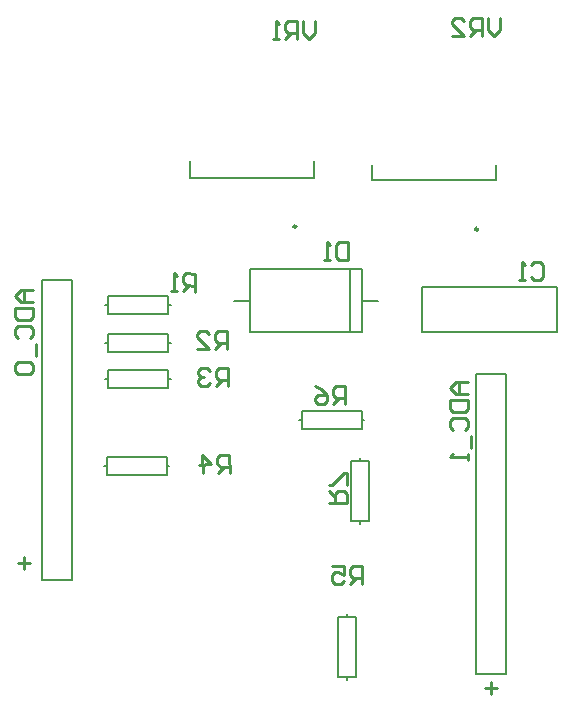
<source format=gbr>
%TF.GenerationSoftware,Altium Limited,Altium Designer,18.1.11 (251)*%
G04 Layer_Color=32896*
%FSLAX45Y45*%
%MOMM*%
%TF.FileFunction,Legend,Bot*%
%TF.Part,Single*%
G01*
G75*
%TA.AperFunction,NonConductor*%
%ADD42C,0.25000*%
%ADD43C,0.20000*%
%ADD44C,0.25400*%
D42*
X3574400Y4399940D02*
G03*
X3574400Y4399940I-12500J0D01*
G01*
X5113600Y4374941D02*
G03*
X5113600Y4374941I-12500J0D01*
G01*
D43*
X1422400Y1409700D02*
X1676400D01*
Y1600200D01*
Y3949700D01*
X1422400D01*
Y1409700D01*
X2476500Y2298700D02*
Y2451100D01*
X1968500D01*
Y2374900D01*
Y2298700D01*
X2476500D01*
Y2374900D02*
X2499360D01*
X2489200Y3035300D02*
Y3187700D01*
X1981200D01*
Y3111500D01*
Y3035300D01*
X2489200D01*
Y3111500D02*
X2512060D01*
X2489200Y3340100D02*
Y3492500D01*
X1981200D01*
Y3416300D01*
Y3340100D01*
X2489200D01*
Y3416300D02*
X2512060D01*
X2489200Y3657600D02*
Y3810000D01*
X1981200D01*
Y3733800D01*
Y3657600D01*
X2489200D01*
Y3733800D02*
X2512060D01*
X1981200D02*
X1958340D01*
Y3416300D02*
X1981200D01*
Y3111500D02*
X1958340D01*
X1968500Y2374900D02*
X1945640D01*
X3182600Y3506902D02*
Y4036898D01*
X4132600D01*
Y3506902D01*
X3182600D01*
Y3771900D02*
X3050098D01*
X3619500Y2832372D02*
X4127500D01*
Y2679972D01*
X3619500D01*
Y2756172D01*
Y2832372D01*
Y2756172D02*
X3596640D01*
X4038600Y2413000D02*
X4114800D01*
X4191000D01*
Y1905000D01*
X4038600D01*
Y2413000D01*
X4114800D02*
Y2435860D01*
X4127500Y2756172D02*
X4150360D01*
X4114800Y1905000D02*
Y1882140D01*
X4000500Y1115060D02*
Y1092200D01*
X3924300D02*
X4076700D01*
Y584200D01*
X4000500D01*
X3924300D01*
Y1092200D01*
X4000500Y584200D02*
Y561340D01*
X5092700Y609498D02*
Y3149498D01*
X5346700D01*
Y799998D01*
Y609498D01*
X5092700D01*
X5778500Y3505200D02*
Y3886200D01*
X4635500D01*
Y3505200D01*
X5778500D01*
X5262098Y4794943D02*
Y4919941D01*
Y4794943D02*
X4212102D01*
Y4919941D01*
X3725398Y4949937D02*
Y4809938D01*
X2675402D01*
Y4949937D01*
X4032595Y4036898D02*
Y3506902D01*
X4132600Y3771900D02*
X4265097D01*
D44*
X1269983Y1498592D02*
Y1600159D01*
X1320767Y1549375D02*
X1219200D01*
X2754739Y2383303D02*
X2856292Y2385008D01*
X2778849Y2459894D01*
X2781406Y2307564D01*
X2908347Y2309695D02*
X2958271Y2361324D01*
X2932883Y2360898D02*
X3009048Y2362176D01*
X3009900Y2311400D02*
X3007343Y2463729D01*
X2931178Y2462451D01*
X2906216Y2436636D01*
X2907069Y2385860D01*
X2932883Y2360898D01*
X3755850Y2895600D02*
X3730458Y2920992D01*
Y2946383D01*
X3755850Y2971775D01*
X3832025D01*
Y2920992D01*
X3806633Y2895600D01*
X3755850D01*
X3781242Y3022559D02*
X3832025Y2971775D01*
X3882809D02*
X3908201Y2946383D01*
X3984376D01*
Y2895600D02*
Y3047951D01*
X3908201D01*
X3882809Y3022559D01*
Y2971775D01*
Y2895600D02*
X3933593Y2946383D01*
X3781242Y3022559D02*
X3730458Y3047951D01*
X3975059Y2311318D02*
X3873492Y2209751D01*
X3848100D01*
Y2158967D02*
X3898883Y2108183D01*
Y2133575D02*
Y2057400D01*
X3848100D02*
X4000451D01*
Y2133575D01*
X3975059Y2158967D01*
X3924275D01*
X3898883Y2133575D01*
X4000451Y2209751D02*
Y2311318D01*
X3975059D01*
X3979339Y1523951D02*
Y1447775D01*
X3928555Y1473167D01*
X3903163D01*
X3877772Y1447775D01*
Y1396992D01*
X3903163Y1371600D01*
X3953947D01*
X3979339Y1396992D01*
X4030122Y1371600D02*
X4080906Y1422383D01*
X4055514D02*
X4131689D01*
Y1371600D02*
Y1523951D01*
X4055514D01*
X4030122Y1498559D01*
Y1447775D01*
X4055514Y1422383D01*
X3979339Y1523951D02*
X3877772D01*
X4876849Y2451305D02*
X4902241Y2476697D01*
X4876849Y2451305D02*
X5029200D01*
Y2425914D01*
Y2476697D01*
X5054592Y2527481D02*
Y2629048D01*
X5029200Y2705223D02*
X5003808Y2679831D01*
X5029200Y2705223D02*
Y2756007D01*
X5003808Y2781399D01*
X4902241D01*
X4876849Y2756007D01*
Y2705223D01*
X4902241Y2679831D01*
Y2832182D02*
X4876849Y2857574D01*
Y2933749D01*
X5029200D01*
Y2857574D01*
X5003808Y2832182D01*
X4902241D01*
X4927633Y2984533D02*
X5029200D01*
X4953025D01*
Y3086100D01*
X4927633D02*
X4876849Y3035317D01*
X4927633Y2984533D01*
Y3086100D02*
X5029200D01*
X5588025Y3949700D02*
X5562633Y3975092D01*
X5511849Y3949700D02*
X5461066D01*
X5486457D01*
Y4102051D01*
X5511849Y4076659D01*
X5562633D02*
X5588025Y4102051D01*
X5638808D01*
X5664200Y4076659D01*
Y3975092D01*
X5638808Y3949700D01*
X5588025D01*
X4013200Y4114800D02*
X3937025D01*
X3911633Y4140192D01*
Y4241759D01*
X3937025Y4267151D01*
X4013200D01*
Y4114800D01*
X3860849D02*
X3810066D01*
X3835457D01*
Y4267151D01*
X3860849Y4241759D01*
X2984277Y3517819D02*
X2908102Y3517723D01*
X2882742Y3492300D01*
X2882806Y3441516D01*
X2908229Y3416156D01*
X2984405Y3416252D01*
X2984468Y3365468D02*
X2984277Y3517819D01*
X2933621Y3416188D02*
X2882901Y3365341D01*
X2832118Y3365277D02*
X2730423Y3466717D01*
X2730392Y3492109D01*
X2755751Y3517533D01*
X2806535Y3517596D01*
X2831959Y3492236D01*
X2832118Y3365277D02*
X2730551Y3365150D01*
X2768674Y3200351D02*
X2743282Y3174959D01*
Y3149567D01*
X2768674Y3124175D01*
X2794066D01*
X2768674D01*
X2743282Y3098783D01*
Y3073392D01*
X2768674Y3048000D01*
X2819457D01*
X2844849Y3073392D01*
X2895633Y3048000D02*
X2946417Y3098783D01*
X2921025D02*
X2997200D01*
Y3048000D02*
Y3200351D01*
X2921025D01*
X2895633Y3174959D01*
Y3124175D01*
X2921025Y3098783D01*
X2844849Y3174959D02*
X2819457Y3200351D01*
X2768674D01*
X2717800Y3848100D02*
X2719117Y4000445D01*
X2642945Y4001104D01*
X2617334Y3975932D01*
X2616895Y3925151D01*
X2642067Y3899540D01*
X2718239Y3898882D01*
X2667457Y3899321D02*
X2616237Y3848978D01*
X2565455Y3849417D02*
X2514673Y3849856D01*
X2540064Y3849637D01*
X2541381Y4001982D01*
X2566553Y3976371D01*
X1346200Y3860800D02*
X1244633D01*
X1193849Y3810017D01*
X1244633Y3759233D01*
X1346200D01*
X1270025D01*
Y3860800D01*
X1346200Y3708449D02*
Y3632274D01*
X1320808Y3606882D01*
X1219241D01*
X1193849Y3632274D01*
Y3708449D01*
X1346200D01*
X1320808Y3556099D02*
X1346200Y3530707D01*
Y3479923D01*
X1320808Y3454531D01*
X1371592Y3403748D02*
Y3302181D01*
X1346200Y3226005D02*
X1320808Y3251397D01*
X1219241D01*
X1193849Y3226005D01*
Y3175222D01*
X1219241Y3149830D01*
X1320808D01*
X1346200Y3175222D01*
Y3226005D01*
X1219241Y3454531D02*
X1193849Y3479923D01*
Y3530707D01*
X1219241Y3556099D01*
X1320808D01*
X3581449Y5984900D02*
Y6137250D01*
X3505274D01*
X3479882Y6111858D01*
Y6061075D01*
X3505274Y6035683D01*
X3581449D01*
X3632233D02*
Y6137250D01*
X3733800D02*
Y6035683D01*
X3683017Y5984900D01*
X3632233Y6035683D01*
X3429099Y6111858D02*
X3403707Y6137250D01*
Y5984900D01*
X3378315D01*
X3429099D01*
X3479882D02*
X3530666Y6035683D01*
X4889631Y6011761D02*
X4991199D01*
X4889631Y6113328D01*
Y6138720D01*
X4915023Y6164112D01*
X4965807D01*
X4991199Y6138720D01*
X5041982D02*
Y6087936D01*
X5067374Y6062544D01*
X5143549D01*
X5194333D02*
Y6164112D01*
X5143549D02*
X5067374D01*
X5041982Y6138720D01*
Y6011761D02*
X5092766Y6062544D01*
X5143549Y6011761D02*
Y6164112D01*
X5295900D02*
Y6062544D01*
X5245117Y6011761D01*
X5194333Y6062544D01*
X5219683Y546059D02*
Y444492D01*
X5168900Y495275D02*
X5270467D01*
%TF.MD5,0ef3d76cfa1641abe2d0fef46f9cf88b*%
M02*

</source>
